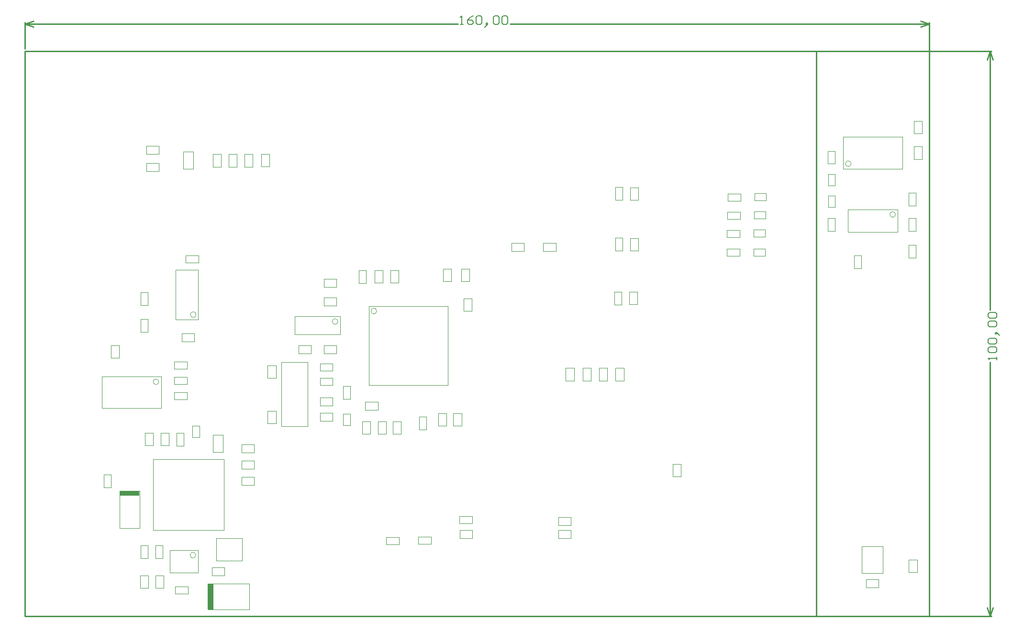
<source format=gm1>
G04 Layer_Color=16711935*
%FSLAX44Y44*%
%MOMM*%
G71*
G01*
G75*
%ADD47C,0.1000*%
%ADD48C,0.2540*%
%ADD49C,0.1524*%
%ADD50R,3.5000X0.8877*%
%ADD51R,0.9819X4.6000*%
D47*
X2022000Y1170000D02*
G03*
X2022000Y1170000I-5000J0D01*
G01*
X1702000Y738000D02*
G03*
X1702000Y738000I-5000J0D01*
G01*
X1636500Y1045000D02*
G03*
X1636500Y1045000I-5000J0D01*
G01*
X1953500Y1151500D02*
G03*
X1953500Y1151500I-5000J0D01*
G01*
X2861500Y1431000D02*
G03*
X2861500Y1431000I-5000J0D01*
G01*
X2940000Y1341000D02*
G03*
X2940000Y1341000I-5000J0D01*
G01*
X1702500Y1163750D02*
G03*
X1702500Y1163750I-5000J0D01*
G01*
X1604650Y1132600D02*
Y1155400D01*
X1617350Y1132600D02*
Y1155400D01*
X1604650Y1132600D02*
X1617350D01*
X1604650Y1155400D02*
X1617350D01*
X2820750Y1354000D02*
Y1374000D01*
X2833250Y1354000D02*
Y1374000D01*
X2820750Y1354000D02*
X2833250D01*
X2820750Y1374000D02*
X2833250D01*
X2833350Y1430600D02*
Y1453400D01*
X2820650Y1430600D02*
Y1453400D01*
X2833350D01*
X2820650Y1430600D02*
X2833350D01*
X2820650Y1311600D02*
Y1334400D01*
X2833350Y1311600D02*
Y1334400D01*
X2820650Y1311600D02*
X2833350D01*
X2820650Y1334400D02*
X2833350D01*
X2833250Y1392000D02*
Y1412000D01*
X2820750Y1392000D02*
Y1412000D01*
X2833250D01*
X2820750Y1392000D02*
X2833250D01*
X2880200Y753600D02*
X2917800D01*
X2880200Y706400D02*
X2917800D01*
X2880200D02*
Y753600D01*
X2917800Y706400D02*
Y753600D01*
X2963750Y707950D02*
X2978250D01*
X2963750Y730050D02*
X2978250D01*
X2963750Y707950D02*
Y730050D01*
X2978250Y707950D02*
Y730050D01*
X2887950Y680750D02*
Y695250D01*
X2910050Y680750D02*
Y695250D01*
X2887950D02*
X2910050D01*
X2887950Y680750D02*
X2910050D01*
X1663600Y1013650D02*
X1686400D01*
X1663600Y1026350D02*
X1686400D01*
Y1013650D02*
Y1026350D01*
X1663600Y1013650D02*
Y1026350D01*
Y1040650D02*
X1686400D01*
X1663600Y1053350D02*
X1686400D01*
Y1040650D02*
Y1053350D01*
X1663600Y1040650D02*
Y1053350D01*
Y1067650D02*
X1686400D01*
X1663600Y1080350D02*
X1686400D01*
Y1067650D02*
Y1080350D01*
X1663600Y1067650D02*
Y1080350D01*
X2316950Y1275750D02*
Y1290250D01*
X2339050Y1275750D02*
Y1290250D01*
X2316950D02*
X2339050D01*
X2316950Y1275750D02*
X2339050D01*
X2283050D02*
Y1290250D01*
X2260950Y1275750D02*
Y1290250D01*
Y1275750D02*
X2283050D01*
X2260950Y1290250D02*
X2283050D01*
X1539650Y880400D02*
X1552350D01*
X1539650Y857600D02*
X1552350D01*
Y880400D01*
X1539650Y857600D02*
Y880400D01*
X2168950Y782250D02*
X2191050D01*
X2168950Y767750D02*
X2191050D01*
X2168950D02*
Y782250D01*
X2191050Y767750D02*
Y782250D01*
X2468750Y1181950D02*
Y1204050D01*
X2483250Y1181950D02*
Y1204050D01*
X2468750Y1181950D02*
X2483250D01*
X2468750Y1204050D02*
X2483250D01*
X2470750Y1276950D02*
Y1299050D01*
X2485250Y1276950D02*
Y1299050D01*
X2470750Y1276950D02*
X2485250D01*
X2470750Y1299050D02*
X2485250D01*
X2470750Y1366950D02*
Y1389050D01*
X2485250Y1366950D02*
Y1389050D01*
X2470750Y1366950D02*
X2485250D01*
X2470750Y1389050D02*
X2485250D01*
X1829250Y1051450D02*
Y1073550D01*
X1843750Y1051450D02*
Y1073550D01*
X1829250Y1051450D02*
X1843750D01*
X1829250Y1073550D02*
X1843750D01*
Y971450D02*
Y993550D01*
X1829250Y971450D02*
Y993550D01*
X1843750D01*
X1829250Y971450D02*
X1843750D01*
X1883950Y1109250D02*
X1906050D01*
X1883950Y1094750D02*
X1906050D01*
X1883950D02*
Y1109250D01*
X1906050Y1094750D02*
Y1109250D01*
X2157750Y966950D02*
Y989050D01*
X2172250Y966950D02*
Y989050D01*
X2157750Y966950D02*
X2172250D01*
X2157750Y989050D02*
X2172250D01*
X2190250Y1169950D02*
Y1192050D01*
X2175750Y1169950D02*
Y1192050D01*
X2190250D01*
X2175750Y1169950D02*
X2190250D01*
X2033250Y1219950D02*
Y1242050D01*
X2018750Y1219950D02*
Y1242050D01*
X2033250D01*
X2018750Y1219950D02*
X2033250D01*
X2050750Y952950D02*
Y975050D01*
X2065250Y952950D02*
Y975050D01*
X2050750Y952950D02*
X2065250D01*
X2050750Y975050D02*
X2065250D01*
X2001950Y994750D02*
X2024050D01*
X2001950Y1009250D02*
X2024050D01*
Y994750D02*
Y1009250D01*
X2001950Y994750D02*
Y1009250D01*
X2061250Y1219950D02*
Y1242050D01*
X2046750Y1219950D02*
Y1242050D01*
X2061250D01*
X2046750Y1219950D02*
X2061250D01*
X2154250Y1222950D02*
Y1245050D01*
X2139750Y1222950D02*
Y1245050D01*
X2154250D01*
X2139750Y1222950D02*
X2154250D01*
X1921950Y990250D02*
X1944050D01*
X1921950Y975750D02*
X1944050D01*
X1921950D02*
Y990250D01*
X1944050Y975750D02*
Y990250D01*
X1921950Y1017250D02*
X1944050D01*
X1921950Y1002750D02*
X1944050D01*
X1921950D02*
Y1017250D01*
X1944050Y1002750D02*
Y1017250D01*
X2186250Y1222950D02*
Y1245050D01*
X2171750Y1222950D02*
Y1245050D01*
X2186250D01*
X2171750Y1222950D02*
X2186250D01*
X2130750Y966950D02*
Y989050D01*
X2145250Y966950D02*
Y989050D01*
X2130750Y966950D02*
X2145250D01*
X2130750Y989050D02*
X2145250D01*
X2011250Y952950D02*
Y975050D01*
X1996750Y952950D02*
Y975050D01*
X2011250D01*
X1996750Y952950D02*
X2011250D01*
X2039250Y952950D02*
Y975050D01*
X2024750Y952950D02*
Y975050D01*
X2039250D01*
X2024750Y952950D02*
X2039250D01*
X1928950Y1227250D02*
X1951050D01*
X1928950Y1212750D02*
X1951050D01*
X1928950D02*
Y1227250D01*
X1951050Y1212750D02*
Y1227250D01*
X1928950Y1194250D02*
X1951050D01*
X1928950Y1179750D02*
X1951050D01*
X1928950D02*
Y1194250D01*
X1951050Y1179750D02*
Y1194250D01*
X1928950Y1109250D02*
X1951050D01*
X1928950Y1094750D02*
X1951050D01*
X1928950D02*
Y1109250D01*
X1951050Y1094750D02*
Y1109250D01*
X2356750Y1046950D02*
Y1069050D01*
X2371250Y1046950D02*
Y1069050D01*
X2356750Y1046950D02*
X2371250D01*
X2356750Y1069050D02*
X2371250D01*
X2386750Y1046950D02*
Y1069050D01*
X2401250Y1046950D02*
Y1069050D01*
X2386750Y1046950D02*
X2401250D01*
X2386750Y1069050D02*
X2401250D01*
X2444750Y1046950D02*
Y1069050D01*
X2459250Y1046950D02*
Y1069050D01*
X2444750Y1046950D02*
X2459250D01*
X2444750Y1069050D02*
X2459250D01*
X2415750Y1046950D02*
Y1069050D01*
X2430250Y1046950D02*
Y1069050D01*
X2415750Y1046950D02*
X2430250D01*
X2415750Y1069050D02*
X2430250D01*
X1567500Y852000D02*
X1602500D01*
X1567500Y786000D02*
X1602500D01*
Y852000D01*
X1567500Y786000D02*
Y852000D01*
X1723500Y642000D02*
X1796500D01*
X1723500Y688000D02*
X1796500D01*
Y642000D02*
Y688000D01*
X1723500Y642000D02*
Y688000D01*
X1630750Y679950D02*
Y702050D01*
X1645250Y679950D02*
Y702050D01*
X1630750Y679950D02*
X1645250D01*
X1630750Y702050D02*
X1645250D01*
X1603750Y679950D02*
Y702050D01*
X1618250Y679950D02*
Y702050D01*
X1603750Y679950D02*
X1618250D01*
X1603750Y702050D02*
X1618250D01*
X1626250Y931950D02*
Y954050D01*
X1611750Y931950D02*
Y954050D01*
X1626250D01*
X1611750Y931950D02*
X1626250D01*
X1654250D02*
Y954050D01*
X1639750Y931950D02*
Y954050D01*
X1654250D01*
X1639750Y931950D02*
X1654250D01*
X1782950Y861750D02*
X1805050D01*
X1782950Y876250D02*
X1805050D01*
Y861750D02*
Y876250D01*
X1782950Y861750D02*
Y876250D01*
Y890750D02*
X1805050D01*
X1782950Y905250D02*
X1805050D01*
Y890750D02*
Y905250D01*
X1782950Y890750D02*
Y905250D01*
Y919750D02*
X1805050D01*
X1782950Y934250D02*
X1805050D01*
Y919750D02*
Y934250D01*
X1782950Y919750D02*
Y934250D01*
X2689000Y1280250D02*
X2709000D01*
X2689000Y1267750D02*
X2709000D01*
X2689000D02*
Y1280250D01*
X2709000Y1267750D02*
Y1280250D01*
X2709000Y1301750D02*
Y1314250D01*
X2689000Y1301750D02*
Y1314250D01*
Y1301750D02*
X2709000D01*
X2689000Y1314250D02*
X2709000D01*
X2690000Y1346250D02*
X2710000D01*
X2690000Y1333750D02*
X2710000D01*
X2690000D02*
Y1346250D01*
X2710000Y1333750D02*
Y1346250D01*
X2711000Y1365750D02*
Y1378250D01*
X2691000Y1365750D02*
Y1378250D01*
Y1365750D02*
X2711000D01*
X2691000Y1378250D02*
X2711000D01*
X1738000Y728250D02*
X1784000D01*
X1738000Y767750D02*
X1784000D01*
Y728250D02*
Y767750D01*
X1738000Y728250D02*
Y767750D01*
X1695750Y947000D02*
Y967000D01*
X1708250Y947000D02*
Y967000D01*
X1695750Y947000D02*
X1708250D01*
X1695750Y967000D02*
X1708250D01*
X1962750Y968000D02*
X1975250D01*
X1962750Y988000D02*
X1975250D01*
X1962750Y968000D02*
Y988000D01*
X1975250Y968000D02*
Y988000D01*
X1626500Y907500D02*
X1751500D01*
X1626500Y782500D02*
X1751500D01*
X1626500D02*
Y907500D01*
X1751500Y782500D02*
Y907500D01*
X2095600Y757650D02*
Y770350D01*
X2118400Y757650D02*
Y770350D01*
X2095600D02*
X2118400D01*
X2095600Y757650D02*
X2118400D01*
X2455350Y1181600D02*
Y1204400D01*
X2442650Y1181600D02*
Y1204400D01*
X2455350D01*
X2442650Y1181600D02*
X2455350D01*
X1944400Y1064150D02*
Y1076850D01*
X1921600Y1064150D02*
Y1076850D01*
Y1064150D02*
X1944400D01*
X1921600Y1076850D02*
X1944400D01*
X1921600Y1051350D02*
X1944400D01*
X1921600Y1038650D02*
X1944400D01*
X1921600D02*
Y1051350D01*
X1944400Y1038650D02*
Y1051350D01*
X1990650Y1242400D02*
X2003350D01*
X1990650Y1219600D02*
X2003350D01*
Y1242400D01*
X1990650Y1219600D02*
Y1242400D01*
X2457350Y1276600D02*
Y1299400D01*
X2444650Y1276600D02*
Y1299400D01*
X2457350D01*
X2444650Y1276600D02*
X2457350D01*
X2168600Y794650D02*
Y807350D01*
X2191400Y794650D02*
Y807350D01*
X2168600D02*
X2191400D01*
X2168600Y794650D02*
X2191400D01*
X2457350Y1366600D02*
Y1389400D01*
X2444650Y1366600D02*
Y1389400D01*
X2457350D01*
X2444650Y1366600D02*
X2457350D01*
X2641600Y1267650D02*
Y1280350D01*
X2664400Y1267650D02*
Y1280350D01*
X2641600D02*
X2664400D01*
X2641600Y1267650D02*
X2664400D01*
X2641600Y1300650D02*
X2664400D01*
X2641600Y1313350D02*
X2664400D01*
Y1300650D02*
Y1313350D01*
X2641600Y1300650D02*
Y1313350D01*
X2642600Y1332650D02*
Y1345350D01*
X2665400Y1332650D02*
Y1345350D01*
X2642600D02*
X2665400D01*
X2642600Y1332650D02*
X2665400D01*
X1975350Y1014600D02*
Y1037400D01*
X1962650Y1014600D02*
Y1037400D01*
X1975350D01*
X1962650Y1014600D02*
X1975350D01*
X2643600Y1364650D02*
Y1377350D01*
X2666400Y1364650D02*
Y1377350D01*
X2643600D02*
X2666400D01*
X2643600Y1364650D02*
X2666400D01*
X2110350Y960600D02*
Y983400D01*
X2097650Y960600D02*
Y983400D01*
X2110350D01*
X2097650Y960600D02*
X2110350D01*
X1667650Y954400D02*
X1680350D01*
X1667650Y931600D02*
X1680350D01*
Y954400D01*
X1667650Y931600D02*
Y954400D01*
X1617350Y732600D02*
Y755400D01*
X1604650Y732600D02*
Y755400D01*
X1617350D01*
X1604650Y732600D02*
X1617350D01*
X1630650Y755400D02*
X1643350D01*
X1630650Y732600D02*
X1643350D01*
Y755400D01*
X1630650Y732600D02*
Y755400D01*
X1665600Y669650D02*
X1688400D01*
X1665600Y682350D02*
X1688400D01*
Y669650D02*
Y682350D01*
X1665600Y669650D02*
Y682350D01*
X2008000Y1039000D02*
X2148000D01*
X2008000Y1179000D02*
X2148000D01*
Y1039000D02*
Y1179000D01*
X2008000Y1039000D02*
Y1179000D01*
X1656000Y747000D02*
X1706000D01*
X1656000Y707000D02*
X1706000D01*
Y747000D01*
X1656000Y707000D02*
Y747000D01*
X1732250Y920750D02*
X1749750D01*
X1732250Y951250D02*
X1749750D01*
Y920750D02*
Y951250D01*
X1732250Y920750D02*
Y951250D01*
X1535500Y1054000D02*
X1640500D01*
X1535500Y998000D02*
X1640500D01*
Y1054000D01*
X1535500Y998000D02*
Y1054000D01*
X1900000Y965750D02*
Y1079250D01*
X1853000Y965750D02*
Y1079250D01*
X1900000D01*
X1853000Y965750D02*
X1900000D01*
X1877500Y1160500D02*
X1957500D01*
X1877500Y1128500D02*
X1957500D01*
Y1160500D01*
X1877500Y1128500D02*
Y1160500D01*
X1730950Y701750D02*
X1753050D01*
X1730950Y716250D02*
X1753050D01*
Y701750D02*
Y716250D01*
X1730950Y701750D02*
Y716250D01*
X2038600Y756650D02*
Y769350D01*
X2061400Y756650D02*
Y769350D01*
X2038600D02*
X2061400D01*
X2038600Y756650D02*
X2061400D01*
X1566250Y1086950D02*
Y1109050D01*
X1551750Y1086950D02*
Y1109050D01*
X1566250D01*
X1551750Y1086950D02*
X1566250D01*
X2343950Y805250D02*
X2366050D01*
X2343950Y790750D02*
X2366050D01*
X2343950D02*
Y805250D01*
X2366050Y790750D02*
Y805250D01*
X2343950Y782250D02*
X2366050D01*
X2343950Y767750D02*
X2366050D01*
X2343950D02*
Y782250D01*
X2366050Y767750D02*
Y782250D01*
X2545750Y876950D02*
Y899050D01*
X2560250Y876950D02*
Y899050D01*
X2545750Y876950D02*
X2560250D01*
X2545750Y899050D02*
X2560250D01*
X1706900Y1255400D02*
Y1268100D01*
X1684100Y1255400D02*
Y1268100D01*
Y1255400D02*
X1706900D01*
X1684100Y1268100D02*
X1706900D01*
X1614950Y1432250D02*
X1637050D01*
X1614950Y1417750D02*
X1637050D01*
X1614950D02*
Y1432250D01*
X1637050Y1417750D02*
Y1432250D01*
X1614700Y1462250D02*
X1636800D01*
X1614700Y1447750D02*
X1636800D01*
X1614700D02*
Y1462250D01*
X1636800Y1447750D02*
Y1462250D01*
X1732250Y1425450D02*
Y1447550D01*
X1746750Y1425450D02*
Y1447550D01*
X1732250Y1425450D02*
X1746750D01*
X1732250Y1447550D02*
X1746750D01*
X1760250Y1425450D02*
Y1447550D01*
X1774750Y1425450D02*
Y1447550D01*
X1760250Y1425450D02*
X1774750D01*
X1760250Y1447550D02*
X1774750D01*
X1788250Y1425450D02*
Y1447550D01*
X1802750Y1425450D02*
Y1447550D01*
X1788250Y1425450D02*
X1802750D01*
X1788250Y1447550D02*
X1802750D01*
X1676950Y1115750D02*
X1699050D01*
X1676950Y1130250D02*
X1699050D01*
Y1115750D02*
Y1130250D01*
X1676950Y1115750D02*
Y1130250D01*
X2987250Y1438950D02*
Y1461050D01*
X2972750Y1438950D02*
Y1461050D01*
X2987250D01*
X2972750Y1438950D02*
X2987250D01*
Y1483950D02*
Y1506050D01*
X2972750Y1483950D02*
Y1506050D01*
X2987250D01*
X2972750Y1483950D02*
X2987250D01*
X2866650Y1245600D02*
X2879350D01*
X2866650Y1268400D02*
X2879350D01*
X2866650Y1245600D02*
Y1268400D01*
X2879350Y1245600D02*
Y1268400D01*
X1604650Y1180600D02*
X1617350D01*
X1604650Y1203400D02*
X1617350D01*
X1604650Y1180600D02*
Y1203400D01*
X1617350Y1180600D02*
Y1203400D01*
X2963650Y1287400D02*
X2976350D01*
X2963650Y1264600D02*
X2976350D01*
Y1287400D01*
X2963650Y1264600D02*
Y1287400D01*
Y1379400D02*
X2976350D01*
X2963650Y1356600D02*
X2976350D01*
Y1379400D01*
X2963650Y1356600D02*
Y1379400D01*
X1679750Y1421250D02*
X1697250D01*
X1679750Y1451750D02*
X1697250D01*
Y1421250D02*
Y1451750D01*
X1679750Y1421250D02*
Y1451750D01*
X2847500Y1422000D02*
X2952500D01*
X2847500Y1478000D02*
X2952500D01*
X2847500Y1422000D02*
Y1478000D01*
X2952500Y1422000D02*
Y1478000D01*
X2963650Y1311600D02*
X2976350D01*
X2963650Y1334400D02*
X2976350D01*
X2963650Y1311600D02*
Y1334400D01*
X2976350Y1311600D02*
Y1334400D01*
X1817750Y1425950D02*
Y1448050D01*
X1832250Y1425950D02*
Y1448050D01*
X1817750Y1425950D02*
X1832250D01*
X1817750Y1448050D02*
X1832250D01*
X2856000Y1310000D02*
Y1350000D01*
X2944000Y1310000D02*
Y1350000D01*
X2856000Y1310000D02*
X2944000D01*
X2856000Y1350000D02*
X2944000D01*
X1706500Y1154750D02*
Y1242750D01*
X1666500Y1154750D02*
Y1242750D01*
Y1154750D02*
X1706500D01*
X1666500Y1242750D02*
X1706500D01*
D48*
X3000000Y632540D02*
Y1680540D01*
X1400000Y1633810D02*
Y1680540D01*
X2258107Y1678000D02*
X3000000D01*
X1400000D02*
X2166186D01*
X2984760Y1683080D02*
X3000000Y1678000D01*
X2984760Y1672920D02*
X3000000Y1678000D01*
X1400000D02*
X1415240Y1672920D01*
X1400000Y1678000D02*
X1415240Y1683080D01*
X2803810Y1630000D02*
X3109790D01*
X2803810Y630000D02*
X3109790D01*
X3107250Y1171896D02*
Y1630000D01*
Y630000D02*
Y1079976D01*
X3102170Y1614760D02*
X3107250Y1630000D01*
X3112330Y1614760D01*
X3107250Y630000D02*
X3112330Y645240D01*
X3102170D02*
X3107250Y630000D01*
X2800000D02*
X3000000D01*
Y1630000D01*
X2800000D02*
X3000000D01*
X1400000Y630000D02*
Y1630000D01*
Y630000D02*
X2800000D01*
Y1630000D01*
X1400000D02*
X2800000D01*
D49*
X2170250Y1677750D02*
X2175328D01*
X2172789D01*
Y1692985D01*
X2170250Y1690446D01*
X2193103Y1692985D02*
X2188024Y1690446D01*
X2182946Y1685367D01*
Y1680289D01*
X2185485Y1677750D01*
X2190563D01*
X2193103Y1680289D01*
Y1682828D01*
X2190563Y1685367D01*
X2182946D01*
X2198181Y1690446D02*
X2200720Y1692985D01*
X2205798D01*
X2208338Y1690446D01*
Y1680289D01*
X2205798Y1677750D01*
X2200720D01*
X2198181Y1680289D01*
Y1690446D01*
X2215955Y1675211D02*
X2218494Y1677750D01*
Y1680289D01*
X2215955D01*
Y1677750D01*
X2218494D01*
X2215955Y1675211D01*
X2213416Y1672672D01*
X2228651Y1690446D02*
X2231190Y1692985D01*
X2236269D01*
X2238808Y1690446D01*
Y1680289D01*
X2236269Y1677750D01*
X2231190D01*
X2228651Y1680289D01*
Y1690446D01*
X2243886D02*
X2246425Y1692985D01*
X2251504D01*
X2254043Y1690446D01*
Y1680289D01*
X2251504Y1677750D01*
X2246425D01*
X2243886Y1680289D01*
Y1690446D01*
X3118931Y1084040D02*
Y1089118D01*
Y1086579D01*
X3103696D01*
X3106235Y1084040D01*
Y1096735D02*
X3103696Y1099275D01*
Y1104353D01*
X3106235Y1106892D01*
X3116392D01*
X3118931Y1104353D01*
Y1099275D01*
X3116392Y1096735D01*
X3106235D01*
Y1111971D02*
X3103696Y1114510D01*
Y1119588D01*
X3106235Y1122127D01*
X3116392D01*
X3118931Y1119588D01*
Y1114510D01*
X3116392Y1111971D01*
X3106235D01*
X3121470Y1129745D02*
X3118931Y1132284D01*
X3116392D01*
Y1129745D01*
X3118931D01*
Y1132284D01*
X3121470Y1129745D01*
X3124009Y1127206D01*
X3106235Y1142441D02*
X3103696Y1144980D01*
Y1150058D01*
X3106235Y1152597D01*
X3116392D01*
X3118931Y1150058D01*
Y1144980D01*
X3116392Y1142441D01*
X3106235D01*
Y1157676D02*
X3103696Y1160215D01*
Y1165293D01*
X3106235Y1167832D01*
X3116392D01*
X3118931Y1165293D01*
Y1160215D01*
X3116392Y1157676D01*
X3106235D01*
D50*
X1585000Y847561D02*
D03*
D51*
X1728409Y665000D02*
D03*
M02*

</source>
